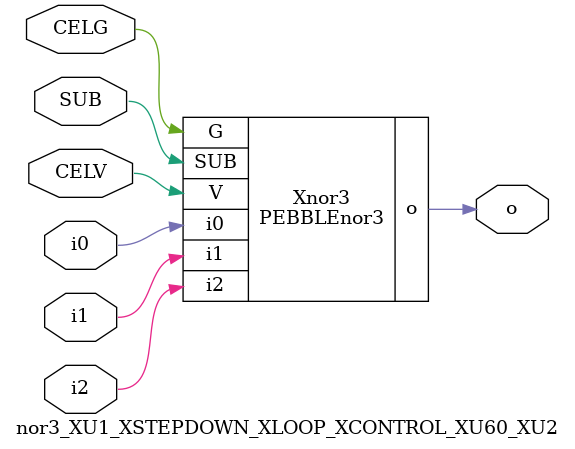
<source format=v>



module PEBBLEnor3 ( o, G, SUB, V, i0, i1, i2 );

  input i0;
  input V;
  input i2;
  input i1;
  input G;
  output o;
  input SUB;
endmodule

//Celera Confidential Do Not Copy nor3_XU1_XSTEPDOWN_XLOOP_XCONTROL_XU60_XU2
//Celera Confidential Symbol Generator
//NOR3
module nor3_XU1_XSTEPDOWN_XLOOP_XCONTROL_XU60_XU2 (CELV,CELG,i0,i1,i2,o,SUB);
input CELV;
input CELG;
input i0;
input i1;
input i2;
input SUB;
output o;

//Celera Confidential Do Not Copy nor3
PEBBLEnor3 Xnor3(
.V (CELV),
.i0 (i0),
.i1 (i1),
.i2 (i2),
.o (o),
.SUB (SUB),
.G (CELG)
);
//,diesize,PEBBLEnor3

//Celera Confidential Do Not Copy Module End
//Celera Schematic Generator
endmodule

</source>
